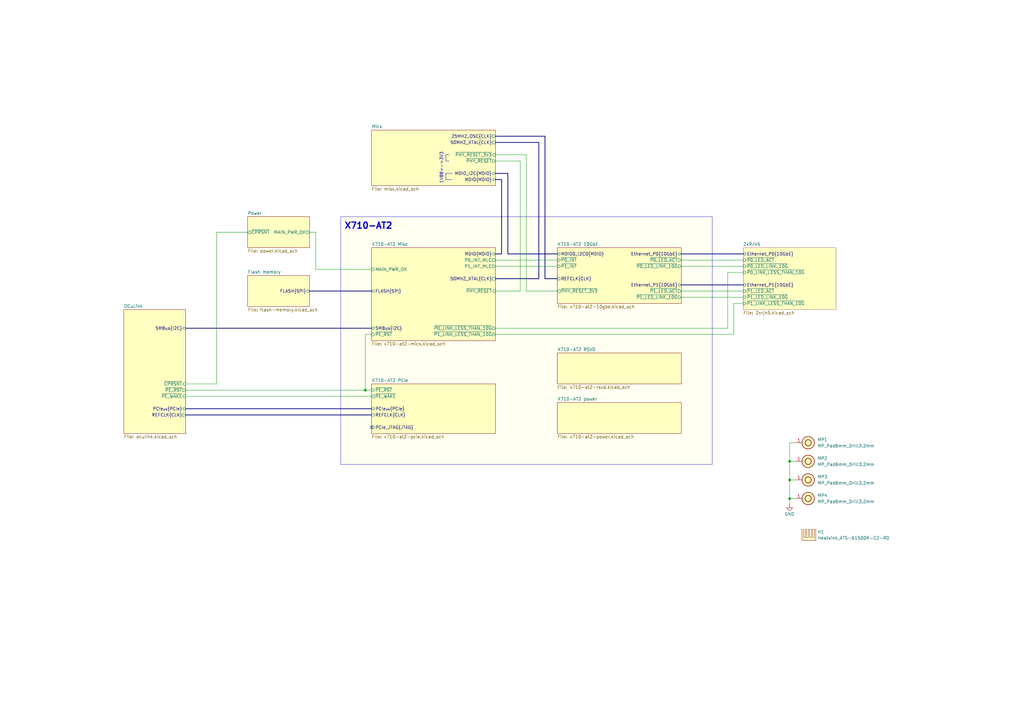
<source format=kicad_sch>
(kicad_sch (version 20250114) (generator "eeschema") (generator_version "9.0")
  (paper "A3")
  (title_block (title "10GbE Expansion") (date "2025-07-22") (rev "1.0.0") (company "Antmicro Ltd") (comment 1 "www.antmicro.com"))
  (lib_symbols
    (symbol "antmicroMechanicalParts:Heatsink_ATS-61500R-C2-R0" (pin_names (hide yes))
      (property "Reference" "H" (at 17.78 -2.54 0))
      (property "Value" "Heatsink_ATS-61500R-C2-R0" (at 17.78 -5.08 0))
      (symbol "Heatsink_ATS-61500R-C2-R0_0_1"
        (polyline (pts (xy 0 0) (xy 0.635 0) (xy 0.635 -3.175) (xy 1.27 -3.175) (xy 1.27 0) (xy 1.905 0) (xy 1.905 -3.175) (xy 2.54 -3.175) (xy 2.54 0) (xy 3.175 0) (xy 3.175 -3.175) (xy 3.81 -3.175) (xy 3.81 0) (xy 4.445 0) (xy 4.445 -3.175) (xy 5.08 -3.175) (xy 5.08 0) (xy 5.715 0) (xy 5.715 -4.445) (xy 0 -4.445) (xy 0 0)) (fill (type background)))
      )
    )
    (symbol "antmicroMechanicalParts:MP_Pad6mm_Drill3.2mm" (pin_names (hide yes)) (in_bom no)
      (property "Reference" "MP" (at 20.32 -2.54 0))
      (property "Value" "MP_Pad6mm_Drill3.2mm" (at 20.32 -5.08 0))
      (symbol "MP_Pad6mm_Drill3.2mm_1_1"
        (circle (center 5.08 0) (radius 1.27) (stroke (width 0.254)) (fill (type background)))
        (circle (center 5.08 0) (radius 2.54) (stroke (width 0.254)) (fill (type background)))
        (pin passive line (at 0 0 0) (length 2.54) (name "~") (number "1"))
      )
    )
    (symbol "antmicropower:GND" (power) (pin_numbers (hide yes)) (pin_names (hide yes))
      (property "Value" "GND" (at 8.89 -5.08 0))
      (symbol "GND_1_1"
        (polyline (pts (xy 0 0) (xy 0 -1.27) (xy 1.27 -1.27) (xy 0 -2.54) (xy -1.27 -1.27) (xy 0 -1.27)))
        (pin power_in line (at 0 0 270) (length 0) (name "GND") (number "1"))
      )
    )
  )
  (rectangle (start 139.7 88.9) (end 292.1 190.5) (stroke (width 0.127)) (fill (type color) (color 255 255 194 0.2)))
  (text "1V88<->3V3" (at 181.102 68.834 90) (effects (font (size 1.27 1.27))))
  (text "X710-AT2" (at 151.13 92.71 0) (effects (font (size 2.54 2.54) (thickness 0.508) (bold yes))))
  (junction (at 323.85 196.85))
  (junction (at 149.86 160.02))
  (junction (at 323.85 204.47))
  (junction (at 323.85 189.23))
  (no_connect (at 152.4 175.26))
  (bus (pts (xy 203.2 55.88) (xy 223.52 55.88)))
  (wire (pts (xy 203.2 63.5) (xy 215.9 63.5)))
  (wire (pts (xy 279.4 109.22) (xy 304.8 109.22)))
  (wire (pts (xy 76.2 160.02) (xy 149.86 160.02)))
  (wire (pts (xy 152.4 137.16) (xy 149.86 137.16)))
  (polyline (pts (xy 182.88 66.04) (xy 184.15 66.04)))
  (polyline (pts (xy 182.88 71.12) (xy 185.42 71.12)))
  (polyline (pts (xy 182.88 63.5) (xy 182.88 66.04)))
  (wire (pts (xy 323.85 204.47) (xy 323.85 207.01)))
  (wire (pts (xy 215.9 63.5) (xy 215.9 119.38)))
  (bus (pts (xy 208.28 71.12) (xy 208.28 104.14)))
  (wire (pts (xy 298.45 134.62) (xy 203.2 134.62)))
  (wire (pts (xy 88.9 95.25) (xy 88.9 157.48)))
  (bus (pts (xy 76.2 134.62) (xy 152.4 134.62)))
  (bus (pts (xy 279.4 104.14) (xy 304.8 104.14)))
  (bus (pts (xy 223.52 114.3) (xy 228.6 114.3)))
  (bus (pts (xy 220.98 58.42) (xy 220.98 114.3)))
  (bus (pts (xy 203.2 58.42) (xy 220.98 58.42)))
  (wire (pts (xy 152.4 110.49) (xy 129.54 110.49)))
  (polyline (pts (xy 182.88 71.12) (xy 182.88 73.66)))
  (bus (pts (xy 205.74 73.66) (xy 205.74 104.14)))
  (wire (pts (xy 279.4 106.68) (xy 304.8 106.68)))
  (wire (pts (xy 129.54 110.49) (xy 129.54 95.25)))
  (wire (pts (xy 76.2 162.56) (xy 152.4 162.56)))
  (bus (pts (xy 220.98 114.3) (xy 203.2 114.3)))
  (wire (pts (xy 300.99 137.16) (xy 300.99 124.46)))
  (wire (pts (xy 323.85 196.85) (xy 323.85 204.47)))
  (wire (pts (xy 300.99 124.46) (xy 304.8 124.46)))
  (wire (pts (xy 326.39 181.61) (xy 323.85 181.61)))
  (wire (pts (xy 323.85 189.23) (xy 326.39 189.23)))
  (wire (pts (xy 323.85 189.23) (xy 323.85 196.85)))
  (bus (pts (xy 76.2 167.64) (xy 152.4 167.64)))
  (wire (pts (xy 203.2 106.68) (xy 228.6 106.68)))
  (bus (pts (xy 223.52 55.88) (xy 223.52 114.3)))
  (wire (pts (xy 279.4 119.38) (xy 304.8 119.38)))
  (bus (pts (xy 127 119.38) (xy 152.4 119.38)))
  (wire (pts (xy 215.9 119.38) (xy 228.6 119.38)))
  (wire (pts (xy 213.36 119.38) (xy 203.2 119.38)))
  (wire (pts (xy 203.2 137.16) (xy 300.99 137.16)))
  (wire (pts (xy 203.2 109.22) (xy 228.6 109.22)))
  (wire (pts (xy 326.39 204.47) (xy 323.85 204.47)))
  (bus (pts (xy 203.2 73.66) (xy 205.74 73.66)))
  (wire (pts (xy 149.86 160.02) (xy 152.4 160.02)))
  (bus (pts (xy 203.2 71.12) (xy 208.28 71.12)))
  (wire (pts (xy 127 95.25) (xy 129.54 95.25)))
  (polyline (pts (xy 182.88 63.5) (xy 184.15 63.5)))
  (bus (pts (xy 208.28 104.14) (xy 228.6 104.14)))
  (bus (pts (xy 205.74 104.14) (xy 203.2 104.14)))
  (wire (pts (xy 323.85 181.61) (xy 323.85 189.23)))
  (wire (pts (xy 213.36 66.04) (xy 213.36 119.38)))
  (polyline (pts (xy 182.88 73.66) (xy 185.42 73.66)))
  (wire (pts (xy 88.9 157.48) (xy 76.2 157.48)))
  (wire (pts (xy 203.2 66.04) (xy 213.36 66.04)))
  (wire (pts (xy 304.8 111.76) (xy 298.45 111.76)))
  (bus (pts (xy 279.4 116.84) (xy 304.8 116.84)))
  (wire (pts (xy 279.4 121.92) (xy 304.8 121.92)))
  (wire (pts (xy 101.6 95.25) (xy 88.9 95.25)))
  (wire (pts (xy 149.86 137.16) (xy 149.86 160.02)))
  (wire (pts (xy 298.45 111.76) (xy 298.45 134.62)))
  (bus (pts (xy 76.2 170.18) (xy 152.4 170.18)))
  (wire (pts (xy 323.85 196.85) (xy 326.39 196.85)))
  (symbol (lib_id "antmicroMechanicalParts:MP_Pad6mm_Drill3.2mm") (at 326.39 196.85 0) (unit 1) (in_bom no)
    (property "Reference" "MP3" (at 335.28 195.58 0) (effects (justify left)))
    (property "Value" "MP_Pad6mm_Drill3.2mm" (at 335.28 198.12 0) (effects (justify left)))
    (property "Footprint" "antmicro-footprints:MP_Pad6mm_Drill3.2mm" (effects (hide yes)))
    (property "Description" "Mechanical part" (effects (hide yes)))
    (property "Author" "Antmicro" (effects (hide yes)))
    (property "License" "Apache-2.0" (effects (hide yes)))
  )
  (symbol (lib_id "antmicroMechanicalParts:MP_Pad6mm_Drill3.2mm") (at 326.39 181.61 0) (unit 1) (in_bom no)
    (property "Reference" "MP1" (at 335.28 180.34 0) (effects (justify left)))
    (property "Value" "MP_Pad6mm_Drill3.2mm" (at 335.28 182.88 0) (effects (justify left)))
    (property "Footprint" "antmicro-footprints:MP_Pad6mm_Drill3.2mm" (effects (hide yes)))
    (property "Description" "Mechanical part" (effects (hide yes)))
    (property "Author" "Antmicro" (effects (hide yes)))
    (property "License" "Apache-2.0" (effects (hide yes)))
  )
  (symbol (lib_id "antmicroMechanicalParts:MP_Pad6mm_Drill3.2mm") (at 326.39 204.47 0) (unit 1) (in_bom no)
    (property "Reference" "MP4" (at 335.28 203.2 0) (effects (justify left)))
    (property "Value" "MP_Pad6mm_Drill3.2mm" (at 335.28 205.74 0) (effects (justify left)))
    (property "Footprint" "antmicro-footprints:MP_Pad6mm_Drill3.2mm" (effects (hide yes)))
    (property "Description" "Mechanical part" (effects (hide yes)))
    (property "Author" "Antmicro" (effects (hide yes)))
    (property "License" "Apache-2.0" (effects (hide yes)))
  )
  (symbol (lib_id "antmicroMechanicalParts:MP_Pad6mm_Drill3.2mm") (at 326.39 189.23 0) (unit 1) (in_bom no)
    (property "Reference" "MP2" (at 335.28 187.96 0) (effects (justify left)))
    (property "Value" "MP_Pad6mm_Drill3.2mm" (at 335.28 190.5 0) (effects (justify left)))
    (property "Footprint" "antmicro-footprints:MP_Pad6mm_Drill3.2mm" (effects (hide yes)))
    (property "Description" "Mechanical part" (effects (hide yes)))
    (property "Author" "Antmicro" (effects (hide yes)))
    (property "License" "Apache-2.0" (effects (hide yes)))
  )
  (symbol (lib_id "antmicroMechanicalParts:Heatsink_ATS-61500R-C2-R0") (at 328.93 217.17 0) (unit 1)
    (property "Reference" "H1" (at 335.28 218.1225 0) (effects (justify left)))
    (property "Value" "Heatsink_ATS-61500R-C2-R0" (at 335.28 220.6625 0) (effects (justify left)))
    (property "Footprint" "antmicro-footprints:Heatsink_ATS-61500R-C2-R0" (effects (hide yes)))
    (property "Datasheet" "https://www.qats.com/DataSheet/ATS-61500-Series-C2-R0" (effects (hide yes)))
    (property "Description" "Heat Sinks fanSINK Assembly with Mounting Hardware" (effects (hide yes)))
    (property "MPN" "ATS-61500R-C2-R0" (effects (hide yes)))
    (property "Manufacturer" "Advanced Thermal Solutions" (effects (hide yes)))
    (property "Author" "Antmicro" (effects (hide yes)))
    (property "License" "Apache-2.0" (effects (hide yes)))
  )
  (symbol (lib_id "antmicropower:GND") (at 323.85 207.01 0) (unit 1)
    (property "Reference" "#PWR0284" (effects (hide yes)))
    (property "Value" "GND" (at 323.85 210.82 0))
    (property "Author" "Antmicro" (effects (hide yes)))
    (property "License" "Apache-2.0" (effects (hide yes)))
  )
  (sheet (at 50.8 127) (size 25.4 50.8) (stroke (width 0.1524)) (fill (color 255 255 194 1.0000))
    (property "Sheetname" "OCuLink" (at 50.8 126.2884 0) (effects (justify left bottom)))
    (property "Sheetfile" "oculink.kicad_sch" (at 50.8 178.3846 0) (effects (justify left top)))
    (pin "~{PE_RST}" output (at 76.2 160.02 0))
    (pin "SMBus{I2C}" bidirectional (at 76.2 134.62 0))
    (pin "~{CPRSNT}" input (at 76.2 157.48 0))
    (pin "PCIe_{x4}{PCIe}" bidirectional (at 76.2 167.64 0))
    (pin "REFCLK{CLK}" output (at 76.2 170.18 0))
    (pin "~{PE_WAKE}" input (at 76.2 162.56 0))
  )
  (sheet (at 152.4 157.48) (size 50.8 20.32) (stroke (width 0.1524)) (fill (color 255 255 194 1.0000))
    (property "Sheetname" "X710-AT2 PCIe" (at 152.4 156.7684 0) (effects (justify left bottom)))
    (property "Sheetfile" "x710-at2-pcie.kicad_sch" (at 152.4 178.3846 0) (effects (justify left top)))
    (pin "PCIe_JTAG{JTAG}" input (at 152.4 175.26 180))
    (pin "~{PE_RST}" input (at 152.4 160.02 180))
    (pin "REFCLK{CLK}" input (at 152.4 170.18 180))
    (pin "PCIe_{x4}{PCIe}" bidirectional (at 152.4 167.64 180))
    (pin "~{PE_WAKE}" output (at 152.4 162.56 180))
  )
  (sheet (at 101.6 88.9) (size 25.4 12.7) (stroke (width 0.1524)) (fill (color 255 255 194 1.0000))
    (property "Sheetname" "Power" (at 101.6 88.1884 0) (effects (justify left bottom)))
    (property "Sheetfile" "power.kicad_sch" (at 101.6 102.1846 0) (effects (justify left top)))
    (pin "MAIN_PWR_OK" output (at 127 95.25 0))
    (pin "~{CPRSNT}" output (at 101.6 95.25 180))
  )
  (sheet (at 228.6 101.6) (size 50.8 22.86) (stroke (width 0.1524)) (fill (color 255 255 194 1.0000))
    (property "Sheetname" "X710-AT2 10GbE" (at 228.6 100.8884 0) (effects (justify left bottom)))
    (property "Sheetfile" "x710-at2-10gbe.kicad_sch" (at 228.6 125.0446 0) (effects (justify left top)))
    (pin "REFCLK{CLK}" input (at 228.6 114.3 180))
    (pin "MDIO0_I2C0{MDIO}" bidirectional (at 228.6 104.14 180))
    (pin "~{P0_INT}" input (at 228.6 106.68 180))
    (pin "~{P0_LED_ACT}" output (at 279.4 106.68 0))
    (pin "~{P0_LED_LINK_10G}" output (at 279.4 109.22 0))
    (pin "~{P1_LED_ACT}" output (at 279.4 119.38 0))
    (pin "~{P1_LED_LINK_10G}" output (at 279.4 121.92 0))
    (pin "~{P1_INT}" input (at 228.6 109.22 180))
    (pin "~{PHY_RESET_3V3}" output (at 228.6 119.38 180))
    (pin "Ethernet_P0{10GbE}" bidirectional (at 279.4 104.14 0))
    (pin "Ethernet_P1{10GbE}" bidirectional (at 279.4 116.84 0))
  )
  (sheet (at 228.6 144.78) (size 50.8 12.7) (stroke (width 0.1524)) (fill (color 255 255 194 1.0000))
    (property "Sheetname" "X710-AT2 RSVD" (at 228.6 144.0684 0) (effects (justify left bottom)))
    (property "Sheetfile" "x710-at2-rsvd.kicad_sch" (at 228.6 158.0646 0) (effects (justify left top)))
  )
  (sheet (at 228.6 165.1) (size 50.8 12.7) (stroke (width 0.1524)) (fill (color 255 255 194 1.0000))
    (property "Sheetname" "X710-AT2 power" (at 228.6 164.3884 0) (effects (justify left bottom)))
    (property "Sheetfile" "x710-at2-power.kicad_sch" (at 228.6 178.3846 0) (effects (justify left top)))
  )
  (sheet (at 304.8 101.6) (size 38.1 25.4) (stroke (width 0.1016)) (fill (color 255 255 194 1.0000))
    (property "Sheetname" "2xRJ45" (at 304.8 100.9138 0) (effects (justify left bottom)))
    (property "Sheetfile" "2xrj45.kicad_sch" (at 304.8 127.5592 0) (effects (justify left top)))
    (pin "~{P0_LED_ACT}" input (at 304.8 106.68 180))
    (pin "~{P0_LED_LINK_10G}" input (at 304.8 109.22 180))
    (pin "~{P0_LINK_LESS_THAN_10G}" input (at 304.8 111.76 180))
    (pin "~{P1_LED_ACT}" input (at 304.8 119.38 180))
    (pin "~{P1_LED_LINK_10G}" input (at 304.8 121.92 180))
    (pin "~{P1_LINK_LESS_THAN_10G}" input (at 304.8 124.46 180))
    (pin "Ethernet_P0{10GbE}" bidirectional (at 304.8 104.14 180))
    (pin "Ethernet_P1{10GbE}" bidirectional (at 304.8 116.84 180))
  )
  (sheet (at 101.6 113.03) (size 25.4 12.7) (stroke (width 0.1524)) (fill (color 255 255 194 1.0000))
    (property "Sheetname" "Flash memory" (at 101.6 112.3184 0) (effects (justify left bottom)))
    (property "Sheetfile" "flash-memory.kicad_sch" (at 101.6 126.3146 0) (effects (justify left top)))
    (pin "FLASH{SPI}" bidirectional (at 127 119.38 0))
  )
  (sheet (at 152.4 101.6) (size 50.8 38.1) (stroke (width 0.1524)) (fill (color 255 255 194 1.0000))
    (property "Sheetname" "X710-AT2 Misc" (at 152.4 100.8884 0) (effects (justify left bottom)))
    (property "Sheetfile" "x710-at2-mics.kicad_sch" (at 152.4 140.2846 0) (effects (justify left top)))
    (pin "SMBus{I2C}" bidirectional (at 152.4 134.62 180))
    (pin "FLASH{SPI}" bidirectional (at 152.4 119.38 180))
    (pin "MAIN_PWR_OK" input (at 152.4 110.49 180))
    (pin "~{PE_RST}" input (at 152.4 137.16 180))
    (pin "~{PHY_RESET}" input (at 203.2 119.38 0))
    (pin "MDIO{MDIO}" bidirectional (at 203.2 104.14 0))
    (pin "50MHZ_XTAL{CLK}" passive (at 203.2 114.3 0))
    (pin "~{P0_LINK_LESS_THAN_10G}" output (at 203.2 134.62 0))
    (pin "~{P1_LINK_LESS_THAN_10G}" output (at 203.2 137.16 0))
    (pin "P0_INT_MLC" output (at 203.2 106.68 0))
    (pin "P1_INT_MLC" output (at 203.2 109.22 0))
  )
  (sheet (at 152.4 53.34) (size 50.8 22.86) (stroke (width 0.1524)) (fill (color 255 255 194 1.0000))
    (property "Sheetname" "Mics" (at 152.4 52.6284 0) (effects (justify left bottom)))
    (property "Sheetfile" "misc.kicad_sch" (at 152.4 76.7846 0) (effects (justify left top)))
    (pin "MDIO_I2C{MDIO}" bidirectional (at 203.2 71.12 0))
    (pin "MDIO{MDIO}" bidirectional (at 203.2 73.66 0))
    (pin "25MHZ_OSC{CLK}" output (at 203.2 55.88 0))
    (pin "50MHZ_XTAL{CLK}" passive (at 203.2 58.42 0))
    (pin "~{PHY_RESET}" output (at 203.2 66.04 0))
    (pin "~{PHY_RESET_3V3}" input (at 203.2 63.5 0))
  )
)
</source>
